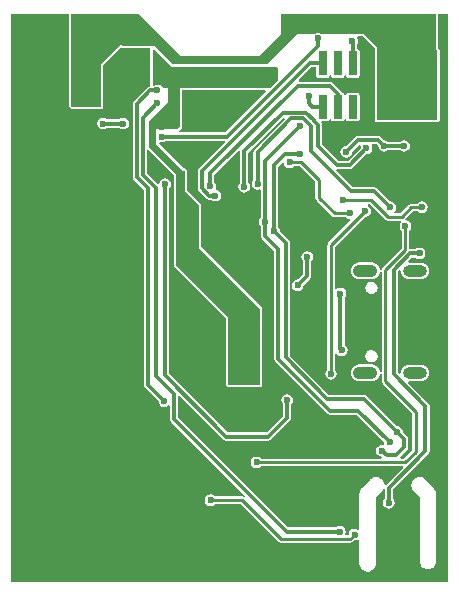
<source format=gbl>
G04 Layer_Physical_Order=2*
G04 Layer_Color=16711680*
%FSLAX44Y44*%
%MOMM*%
G71*
G01*
G75*
%ADD45C,0.3000*%
%ADD46C,0.2500*%
%ADD48O,2.1000X1.0500*%
%ADD49O,2.0000X1.0000*%
%ADD50C,0.6000*%
%ADD51R,0.7600X2.0500*%
G36*
X231276Y392975D02*
X231696Y391598D01*
X206320Y366223D01*
X205569Y365098D01*
X205305Y363772D01*
Y340593D01*
X205239Y340549D01*
X204156Y338928D01*
X203776Y337016D01*
X204156Y335104D01*
X205239Y333484D01*
X206860Y332401D01*
X208772Y332020D01*
X210263Y332317D01*
X211534Y331558D01*
Y308577D01*
X211467Y308533D01*
X210384Y306912D01*
X210004Y305000D01*
X210384Y303088D01*
X211467Y301467D01*
X211534Y301423D01*
Y293000D01*
X211797Y291673D01*
X212549Y290549D01*
X223034Y280064D01*
Y188250D01*
X223297Y186923D01*
X224049Y185799D01*
X267299Y142549D01*
X268424Y141797D01*
X269750Y141533D01*
X292564D01*
X316020Y118078D01*
X316004Y118000D01*
X316241Y116807D01*
X315193Y115759D01*
X314000Y115996D01*
X312088Y115616D01*
X310467Y114533D01*
X309384Y112912D01*
X309004Y111000D01*
X309384Y109088D01*
X310467Y107467D01*
X312088Y106384D01*
X313565Y106090D01*
X313969Y105482D01*
X313493Y104402D01*
X313276Y104212D01*
X211747D01*
X211533Y104533D01*
X209912Y105616D01*
X208000Y105996D01*
X206088Y105616D01*
X204467Y104533D01*
X203384Y102912D01*
X203004Y101000D01*
X203384Y99088D01*
X204467Y97467D01*
X206088Y96384D01*
X208000Y96004D01*
X209912Y96384D01*
X211533Y97467D01*
X211747Y97788D01*
X331726D01*
X332212Y96615D01*
X317549Y81951D01*
X317395Y81722D01*
X317165Y81720D01*
X315941Y82595D01*
X315794Y83337D01*
X315032Y85176D01*
X314612Y85804D01*
X314008Y86409D01*
X313921Y86521D01*
X313809Y86608D01*
X313204Y87212D01*
X312576Y87632D01*
X310737Y88393D01*
X309995Y88541D01*
X309141D01*
X309000Y88560D01*
X308860Y88541D01*
X308005D01*
X307263Y88393D01*
X305424Y87632D01*
X304796Y87212D01*
X304191Y86607D01*
X304079Y86521D01*
X297079Y79521D01*
X296993Y79409D01*
X296747Y79163D01*
X296640Y79004D01*
X296505Y78869D01*
X296005Y78121D01*
X295973Y78080D01*
X295966Y78064D01*
X295957Y78049D01*
X295884Y77873D01*
X295777Y77714D01*
X295399Y76803D01*
X295362Y76616D01*
X295289Y76439D01*
X295285Y76419D01*
X295278Y76401D01*
X295270Y76345D01*
X295096Y75472D01*
X295096Y75280D01*
X295059Y75093D01*
Y74741D01*
X295041Y74600D01*
Y44721D01*
X293771Y44042D01*
X292912Y44616D01*
X291000Y44996D01*
X289088Y44616D01*
X287467Y43533D01*
X286384Y41912D01*
X286004Y40000D01*
X284796Y39562D01*
X283841D01*
X283164Y40832D01*
X283496Y42500D01*
X283116Y44412D01*
X282033Y46033D01*
X280412Y47116D01*
X278500Y47496D01*
X276588Y47116D01*
X274967Y46033D01*
X274923Y45967D01*
X234936D01*
X141467Y139436D01*
Y156972D01*
X142640Y157458D01*
X179549Y120549D01*
X180674Y119797D01*
X182000Y119533D01*
X218000D01*
X219327Y119797D01*
X220451Y120549D01*
X236451Y136549D01*
X237203Y137673D01*
X237467Y139000D01*
Y150173D01*
X237533Y150217D01*
X238616Y151838D01*
X238996Y153750D01*
X238616Y155662D01*
X237533Y157283D01*
X235912Y158366D01*
X234000Y158746D01*
X232088Y158366D01*
X230467Y157283D01*
X229384Y155662D01*
X229004Y153750D01*
X229384Y151838D01*
X230467Y150217D01*
X230534Y150173D01*
Y140436D01*
X216564Y126467D01*
X183436D01*
X135858Y174044D01*
X135703Y174827D01*
X134951Y175951D01*
X133967Y176936D01*
Y333173D01*
X134033Y333217D01*
X135116Y334838D01*
X135496Y336750D01*
X135116Y338662D01*
X134033Y340283D01*
X132412Y341366D01*
X130500Y341746D01*
X128588Y341366D01*
X126967Y340283D01*
X125884Y338662D01*
X125578Y337121D01*
X124548Y336649D01*
X124282Y336620D01*
X115217Y345686D01*
Y365248D01*
X116487Y365774D01*
X138063Y344198D01*
Y268000D01*
X138063Y268000D01*
X138210Y267259D01*
X138630Y266630D01*
X138630Y266630D01*
X182063Y223197D01*
Y167000D01*
X182210Y166259D01*
X182630Y165630D01*
X183259Y165210D01*
X184000Y165063D01*
X211000D01*
X211741Y165210D01*
X212370Y165630D01*
X212790Y166259D01*
X212937Y167000D01*
Y171000D01*
Y231000D01*
X212790Y231741D01*
X212370Y232370D01*
X212370Y232370D01*
X160937Y283802D01*
Y319000D01*
X160790Y319741D01*
X160370Y320370D01*
X160370Y320370D01*
X148937Y331802D01*
X148937Y348000D01*
X148790Y348741D01*
X148370Y349370D01*
X147741Y349790D01*
X147000Y349937D01*
X146803D01*
X125643Y371096D01*
X126090Y372313D01*
X126141Y372350D01*
X126207Y372361D01*
X128000Y372004D01*
X129912Y372384D01*
X131533Y373467D01*
X131577Y373533D01*
X180972D01*
X181458Y372360D01*
X159299Y350201D01*
X158547Y349077D01*
X158284Y347750D01*
Y332985D01*
X158547Y331658D01*
X159299Y330534D01*
X165284Y324549D01*
X166408Y323797D01*
X167735Y323533D01*
X169423D01*
X169467Y323467D01*
X171088Y322384D01*
X173000Y322004D01*
X174912Y322384D01*
X176533Y323467D01*
X177616Y325088D01*
X177996Y327000D01*
X177616Y328912D01*
X176533Y330533D01*
X174912Y331616D01*
X174035Y331790D01*
X173385Y333105D01*
X173766Y335016D01*
X173385Y336928D01*
X172302Y338549D01*
X172236Y338593D01*
Y344334D01*
X192822Y364919D01*
X193644Y364635D01*
X194033Y364335D01*
Y338077D01*
X193967Y338033D01*
X192884Y336412D01*
X192504Y334500D01*
X192884Y332588D01*
X193967Y330967D01*
X195588Y329884D01*
X197500Y329504D01*
X199412Y329884D01*
X201033Y330967D01*
X202116Y332588D01*
X202496Y334500D01*
X202116Y336412D01*
X201033Y338033D01*
X200967Y338077D01*
Y363064D01*
X230943Y393040D01*
X231276Y392975D01*
D02*
G37*
G36*
X231119Y354421D02*
X231384Y353088D01*
X232467Y351467D01*
X234088Y350384D01*
X236000Y350004D01*
X237912Y350384D01*
X239533Y351467D01*
X239747Y351788D01*
X244670D01*
X257788Y338670D01*
Y325000D01*
X258033Y323771D01*
X258729Y322729D01*
X271729Y309729D01*
X272771Y309033D01*
X274000Y308788D01*
X283253D01*
X283467Y308467D01*
X285088Y307384D01*
X286721Y307059D01*
X287332Y305874D01*
X268725Y287267D01*
X268029Y286225D01*
X267784Y284996D01*
Y179747D01*
X267463Y179533D01*
X266380Y177912D01*
X266000Y176000D01*
X266380Y174088D01*
X267463Y172467D01*
X269084Y171384D01*
X270996Y171004D01*
X272908Y171384D01*
X274529Y172467D01*
X275612Y174088D01*
X275992Y176000D01*
X275612Y177912D01*
X274529Y179533D01*
X274208Y179747D01*
Y193022D01*
X274445Y193209D01*
X276154Y192937D01*
X276467Y192467D01*
X278088Y191384D01*
X280000Y191004D01*
X281912Y191384D01*
X283533Y192467D01*
X284616Y194088D01*
X284996Y196000D01*
X284616Y197912D01*
X283533Y199533D01*
X282467Y200245D01*
Y240423D01*
X282533Y240467D01*
X283616Y242088D01*
X283996Y244000D01*
X283616Y245912D01*
X282533Y247533D01*
X280912Y248616D01*
X279000Y248996D01*
X277088Y248616D01*
X275467Y247533D01*
X274208Y247934D01*
Y283666D01*
X299621Y309079D01*
X300000Y309004D01*
X301912Y309384D01*
X303533Y310467D01*
X304616Y312088D01*
X304996Y314000D01*
X304616Y315912D01*
X303533Y317533D01*
X301983Y318568D01*
X301968Y318662D01*
X302445Y319609D01*
X303729Y319729D01*
X316729Y306729D01*
X317771Y306033D01*
X319000Y305788D01*
X330061D01*
X330467Y304533D01*
X329384Y302912D01*
X329004Y301000D01*
X329384Y299088D01*
X330467Y297467D01*
X330788Y297253D01*
Y282330D01*
X314729Y266271D01*
X314033Y265229D01*
X313788Y264000D01*
X312547Y264070D01*
X312416Y265067D01*
X311696Y266806D01*
X310550Y268299D01*
X309056Y269445D01*
X307317Y270166D01*
X305450Y270412D01*
X294950D01*
X293083Y270166D01*
X291344Y269445D01*
X289851Y268299D01*
X288705Y266806D01*
X287984Y265067D01*
X287738Y263200D01*
X287984Y261334D01*
X288705Y259594D01*
X289851Y258101D01*
X291344Y256954D01*
X293083Y256234D01*
X294950Y255988D01*
X305450D01*
X307317Y256234D01*
X309056Y256954D01*
X310550Y258101D01*
X311696Y259594D01*
X312416Y261334D01*
X312518Y262111D01*
X313788Y262027D01*
Y177973D01*
X312518Y177889D01*
X312416Y178666D01*
X311696Y180406D01*
X310550Y181899D01*
X309056Y183046D01*
X307317Y183766D01*
X305450Y184012D01*
X294950D01*
X293083Y183766D01*
X291344Y183046D01*
X289851Y181899D01*
X288705Y180406D01*
X287984Y178666D01*
X287738Y176800D01*
X287984Y174933D01*
X288705Y173194D01*
X289851Y171701D01*
X291344Y170555D01*
X293083Y169834D01*
X294950Y169588D01*
X305450D01*
X307317Y169834D01*
X309056Y170555D01*
X310550Y171701D01*
X311696Y173194D01*
X312416Y174933D01*
X312518Y175711D01*
X313788Y175627D01*
Y170000D01*
X314033Y168771D01*
X314729Y167729D01*
X339788Y142670D01*
Y111330D01*
X332670Y104212D01*
X329910D01*
X329384Y105482D01*
X335451Y111549D01*
X336203Y112673D01*
X336467Y114000D01*
Y121000D01*
X336203Y122327D01*
X335451Y123451D01*
X331981Y126922D01*
X331996Y127000D01*
X331616Y128912D01*
X330533Y130533D01*
X328912Y131616D01*
X327000Y131996D01*
X326922Y131980D01*
X301451Y157451D01*
X300327Y158203D01*
X299000Y158467D01*
X269436D01*
X236433Y191469D01*
Y287033D01*
X236169Y288360D01*
X235418Y289485D01*
X227980Y296922D01*
X227996Y297000D01*
X227616Y298912D01*
X226533Y300533D01*
X226467Y300577D01*
Y351564D01*
X229784Y354882D01*
X231119Y354421D01*
D02*
G37*
G36*
X136000Y436000D02*
X225000Y436000D01*
X226000Y435000D01*
X226000Y425000D01*
X219000Y418000D01*
X143000Y418000D01*
X143000Y385000D01*
X141000Y383000D01*
X123000Y383000D01*
X123000Y371000D01*
X146000Y348000D01*
X147000D01*
X147000Y331000D01*
X159000Y319000D01*
Y283000D01*
X211000Y231000D01*
Y171000D01*
Y167000D01*
X184000D01*
Y224000D01*
X140000Y268000D01*
Y345000D01*
X117000Y368000D01*
Y390000D01*
X133000Y406000D01*
Y418000D01*
X128557D01*
X127533Y419533D01*
X125912Y420616D01*
X124000Y420996D01*
X122088Y420616D01*
X121270Y420069D01*
X120000Y420748D01*
Y450341D01*
X121173Y450827D01*
X136000Y436000D01*
D02*
G37*
G36*
X215987Y414889D02*
X181564Y380467D01*
X142914D01*
X142529Y381290D01*
X142476Y381737D01*
X144370Y383630D01*
X144790Y384259D01*
X144937Y385000D01*
X144937Y385000D01*
X144937Y416063D01*
X215501Y416063D01*
X215987Y414889D01*
D02*
G37*
G36*
X360000Y450000D02*
X361000D01*
Y391000D01*
X310000D01*
Y453000D01*
X299000Y464000D01*
X262833Y464000D01*
X261912Y464616D01*
X260000Y464996D01*
X258088Y464616D01*
X257167Y464000D01*
X243000Y464000D01*
X217000Y438000D01*
X137000Y438000D01*
X121000Y454000D01*
X94000D01*
X93000Y455000D01*
X76000Y438000D01*
Y402000D01*
X52000D01*
X51000Y403000D01*
Y481000D01*
X108000D01*
X144000Y445000D01*
X210000D01*
X229000Y464000D01*
Y481000D01*
X360000D01*
Y450000D01*
D02*
G37*
G36*
X370000Y0D02*
X0Y-1D01*
X0Y481000D01*
X49063D01*
Y403000D01*
X49063Y403000D01*
X49210Y402259D01*
X49630Y401630D01*
X49630Y401630D01*
X50630Y400630D01*
X51259Y400210D01*
X52000Y400063D01*
X52000Y400063D01*
X70205D01*
X70500Y400004D01*
X70796Y400063D01*
X76000D01*
X76741Y400210D01*
X77370Y400630D01*
X77790Y401259D01*
X77937Y402000D01*
Y437198D01*
X93074Y452334D01*
X93259Y452210D01*
X94000Y452063D01*
X94000Y452063D01*
X117338D01*
X117643Y451720D01*
X118153Y450793D01*
X118063Y450341D01*
Y420748D01*
X118065Y420737D01*
X118057Y420583D01*
X117726Y419765D01*
X117475Y419513D01*
X117156Y419299D01*
X116673Y419203D01*
X115549Y418451D01*
X104049Y406951D01*
X103297Y405827D01*
X103034Y404500D01*
Y342500D01*
X103297Y341173D01*
X104049Y340049D01*
X112534Y331564D01*
Y167000D01*
X112797Y165673D01*
X113549Y164549D01*
X125020Y153078D01*
X125004Y153000D01*
X125384Y151088D01*
X126467Y149467D01*
X128088Y148384D01*
X130000Y148004D01*
X131912Y148384D01*
X133264Y149287D01*
X134534Y148853D01*
Y138000D01*
X134797Y136673D01*
X135549Y135549D01*
X198356Y72742D01*
X197546Y71755D01*
X197229Y71967D01*
X196000Y72212D01*
X172747D01*
X172533Y72533D01*
X170912Y73616D01*
X169000Y73996D01*
X167088Y73616D01*
X165467Y72533D01*
X164384Y70912D01*
X164004Y69000D01*
X164384Y67088D01*
X165467Y65467D01*
X167088Y64384D01*
X169000Y64004D01*
X170912Y64384D01*
X172533Y65467D01*
X172747Y65788D01*
X194670D01*
X226379Y34079D01*
X227421Y33383D01*
X228650Y33138D01*
X287350D01*
X288579Y33383D01*
X289621Y34079D01*
X290621Y35079D01*
X291000Y35004D01*
X292912Y35384D01*
X293771Y35958D01*
X295041Y35279D01*
Y15600D01*
X295059Y15459D01*
Y14605D01*
X295207Y13863D01*
X295968Y12024D01*
X296388Y11396D01*
X296993Y10791D01*
X297079Y10679D01*
X297191Y10593D01*
X297796Y9988D01*
X298424Y9568D01*
X300263Y8806D01*
X301005Y8659D01*
X301859D01*
X302000Y8640D01*
X302141Y8659D01*
X302995D01*
X303737Y8806D01*
X305576Y9568D01*
X306204Y9988D01*
X306809Y10592D01*
X306921Y10679D01*
X307008Y10791D01*
X307612Y11396D01*
X308032Y12024D01*
X308794Y13863D01*
X308941Y14605D01*
Y15459D01*
X308960Y15600D01*
Y71717D01*
X313921Y76679D01*
X314007Y76791D01*
X314612Y77396D01*
X315032Y78024D01*
X315264Y78583D01*
X316534Y78331D01*
Y70577D01*
X316467Y70533D01*
X315384Y68912D01*
X315004Y67000D01*
X315384Y65088D01*
X316467Y63467D01*
X318088Y62384D01*
X320000Y62004D01*
X321912Y62384D01*
X323533Y63467D01*
X324616Y65088D01*
X324996Y67000D01*
X324616Y68912D01*
X323533Y70533D01*
X323467Y70577D01*
Y78064D01*
X353451Y108049D01*
X354203Y109173D01*
X354467Y110500D01*
Y149000D01*
X354203Y150327D01*
X353451Y151451D01*
X336243Y168659D01*
X336837Y169862D01*
X337000Y169841D01*
X347000D01*
X348801Y170078D01*
X350480Y170773D01*
X351921Y171879D01*
X353027Y173320D01*
X353722Y174999D01*
X353960Y176800D01*
X353722Y178601D01*
X353027Y180280D01*
X351921Y181721D01*
X350480Y182827D01*
X348801Y183522D01*
X347000Y183759D01*
X337000D01*
X335199Y183522D01*
X333520Y182827D01*
X332079Y181721D01*
X330973Y180280D01*
X330278Y178601D01*
X330041Y176800D01*
X330062Y176637D01*
X328859Y176043D01*
X327467Y177436D01*
Y262564D01*
X328859Y263957D01*
X330062Y263363D01*
X330041Y263200D01*
X330278Y261399D01*
X330973Y259720D01*
X332079Y258279D01*
X333520Y257173D01*
X335199Y256478D01*
X337000Y256241D01*
X347000D01*
X348801Y256478D01*
X350480Y257173D01*
X351921Y258279D01*
X353027Y259720D01*
X353722Y261399D01*
X353960Y263200D01*
X353722Y265001D01*
X353027Y266680D01*
X351921Y268121D01*
X350480Y269227D01*
X348801Y269922D01*
X347000Y270159D01*
X337000D01*
X336837Y270138D01*
X336243Y271341D01*
X339436Y274533D01*
X342423D01*
X342467Y274467D01*
X344088Y273384D01*
X346000Y273004D01*
X347912Y273384D01*
X349533Y274467D01*
X350616Y276088D01*
X350996Y278000D01*
X350616Y279912D01*
X349533Y281533D01*
X347912Y282616D01*
X346000Y282996D01*
X344088Y282616D01*
X342467Y281533D01*
X342423Y281467D01*
X338000D01*
X337212Y282113D01*
Y297253D01*
X337533Y297467D01*
X338616Y299088D01*
X338996Y301000D01*
X338616Y302912D01*
X337533Y304533D01*
X335912Y305616D01*
X334279Y305940D01*
X333867Y306740D01*
X333778Y307236D01*
X340330Y313788D01*
X344253D01*
X344467Y313467D01*
X346088Y312384D01*
X348000Y312004D01*
X349912Y312384D01*
X351533Y313467D01*
X352616Y315088D01*
X352996Y317000D01*
X352616Y318912D01*
X351533Y320533D01*
X349912Y321616D01*
X348000Y321996D01*
X346088Y321616D01*
X344467Y320533D01*
X344253Y320212D01*
X339000D01*
X337771Y319967D01*
X336729Y319271D01*
X329670Y312212D01*
X324939D01*
X324533Y313467D01*
X325616Y315088D01*
X325996Y317000D01*
X325616Y318912D01*
X324533Y320533D01*
X322912Y321616D01*
X321000Y321996D01*
X320922Y321980D01*
X309451Y333451D01*
X308327Y334203D01*
X307000Y334467D01*
X289436D01*
X275581Y348322D01*
X275865Y349143D01*
X276165Y349533D01*
X287000D01*
X288327Y349797D01*
X289451Y350549D01*
X300922Y362020D01*
X301000Y362004D01*
X302912Y362384D01*
X304533Y363467D01*
X305616Y365088D01*
X305996Y367000D01*
X305616Y368912D01*
X305381Y369263D01*
X306060Y370533D01*
X309564D01*
X311020Y369078D01*
X311004Y369000D01*
X311384Y367088D01*
X312467Y365467D01*
X314088Y364384D01*
X316000Y364004D01*
X317912Y364384D01*
X319533Y365467D01*
X319577Y365533D01*
X329423D01*
X329467Y365467D01*
X331088Y364384D01*
X333000Y364004D01*
X334912Y364384D01*
X336533Y365467D01*
X337616Y367088D01*
X337996Y369000D01*
X337616Y370912D01*
X336533Y372533D01*
X334912Y373616D01*
X333000Y373996D01*
X331088Y373616D01*
X329467Y372533D01*
X329423Y372467D01*
X319577D01*
X319533Y372533D01*
X317912Y373616D01*
X316000Y373996D01*
X315922Y373980D01*
X313451Y376451D01*
X312327Y377203D01*
X311000Y377467D01*
X294000D01*
X292673Y377203D01*
X291549Y376451D01*
X284078Y368980D01*
X284000Y368996D01*
X282088Y368616D01*
X280467Y367533D01*
X279384Y365912D01*
X279004Y364000D01*
X279384Y362088D01*
X280467Y360467D01*
X282088Y359384D01*
X284000Y359004D01*
X285912Y359384D01*
X287533Y360467D01*
X288616Y362088D01*
X288996Y364000D01*
X288981Y364078D01*
X294826Y369924D01*
X295478Y369841D01*
X295699Y369614D01*
X296301Y368491D01*
X296004Y367000D01*
X296020Y366922D01*
X285564Y356467D01*
X277436D01*
X263467Y370436D01*
Y386698D01*
X263203Y388024D01*
X262856Y388543D01*
X263535Y389813D01*
X267800D01*
X268541Y389960D01*
X269170Y390380D01*
X269590Y391009D01*
X269737Y391750D01*
X270963D01*
X271110Y391009D01*
X271530Y390380D01*
X272159Y389960D01*
X272900Y389813D01*
X280500D01*
X281241Y389960D01*
X281870Y390380D01*
X282290Y391009D01*
X282437Y391750D01*
X283663D01*
X283810Y391009D01*
X284230Y390380D01*
X284859Y389960D01*
X285600Y389813D01*
X293200D01*
X293941Y389960D01*
X294570Y390380D01*
X294990Y391009D01*
X295137Y391750D01*
Y412250D01*
X294990Y412991D01*
X294570Y413620D01*
X293941Y414040D01*
X293200Y414187D01*
X285600D01*
X284859Y414040D01*
X284230Y413620D01*
X283810Y412991D01*
X283663Y412250D01*
X282437D01*
X282290Y412991D01*
X281870Y413620D01*
X281241Y414040D01*
X280500Y414187D01*
X279990D01*
X279903Y414627D01*
X279151Y415751D01*
X272451Y422451D01*
X271327Y423203D01*
X270000Y423467D01*
X244165D01*
X243639Y424737D01*
X254436Y435533D01*
X258263D01*
Y428750D01*
X258410Y428009D01*
X258830Y427380D01*
X259459Y426960D01*
X260200Y426813D01*
X267800D01*
X268541Y426960D01*
X269170Y427380D01*
X269590Y428009D01*
X269737Y428750D01*
X270963D01*
X271110Y428009D01*
X271530Y427380D01*
X272159Y426960D01*
X272900Y426813D01*
X280500D01*
X281241Y426960D01*
X281870Y427380D01*
X282290Y428009D01*
X282437Y428750D01*
X283663D01*
X283810Y428009D01*
X284230Y427380D01*
X284859Y426960D01*
X285600Y426813D01*
X293200D01*
X293941Y426960D01*
X294570Y427380D01*
X294990Y428009D01*
X295137Y428750D01*
Y449250D01*
X294990Y449991D01*
X294570Y450620D01*
X293941Y451040D01*
X293200Y451187D01*
X292867D01*
Y454967D01*
X293616Y456088D01*
X293996Y458000D01*
X293616Y459912D01*
X293027Y460793D01*
X293706Y462063D01*
X298198D01*
X308063Y452197D01*
Y391000D01*
X308210Y390259D01*
X308630Y389630D01*
X309259Y389210D01*
X310000Y389063D01*
X361000D01*
X361741Y389210D01*
X362370Y389630D01*
X362790Y390259D01*
X362937Y391000D01*
Y450000D01*
X362790Y450741D01*
X362370Y451370D01*
X361937Y451659D01*
Y481000D01*
X370000D01*
X370000Y0D01*
D02*
G37*
%LPC*%
G36*
X305578Y196314D02*
X304822D01*
X303554Y196061D01*
X302856Y195772D01*
X301781Y195054D01*
X301246Y194519D01*
X300528Y193444D01*
X300239Y192746D01*
Y192746D01*
X299986Y191478D01*
Y191287D01*
X299949Y191100D01*
X299986Y190913D01*
Y190722D01*
X300239Y189454D01*
X300528Y188756D01*
X301246Y187681D01*
X301781Y187146D01*
X302856Y186428D01*
X303554Y186139D01*
X303554D01*
X304822Y185886D01*
X305578D01*
X306846Y186139D01*
X307544Y186428D01*
X308619Y187146D01*
X309154Y187681D01*
X309872Y188756D01*
X310161Y189454D01*
Y189454D01*
X310414Y190722D01*
Y190913D01*
X310451Y191100D01*
X310414Y191287D01*
Y191478D01*
X310161Y192746D01*
X309872Y193444D01*
X309154Y194519D01*
X308619Y195054D01*
X307544Y195772D01*
X306846Y196061D01*
X306846D01*
X305578Y196314D01*
D02*
G37*
G36*
X251000Y279996D02*
X249088Y279616D01*
X247467Y278533D01*
X246384Y276912D01*
X246004Y275000D01*
X246384Y273088D01*
X247467Y271467D01*
X247533Y271423D01*
Y260436D01*
X243078Y255980D01*
X243000Y255996D01*
X241088Y255616D01*
X239467Y254533D01*
X238384Y252912D01*
X238004Y251000D01*
X238384Y249088D01*
X239467Y247467D01*
X241088Y246384D01*
X243000Y246004D01*
X244912Y246384D01*
X246533Y247467D01*
X247616Y249088D01*
X247996Y251000D01*
X247980Y251078D01*
X253451Y256549D01*
X254203Y257673D01*
X254467Y259000D01*
Y271423D01*
X254533Y271467D01*
X255616Y273088D01*
X255996Y275000D01*
X255616Y276912D01*
X254533Y278533D01*
X252912Y279616D01*
X251000Y279996D01*
D02*
G37*
G36*
X305578Y254114D02*
X304822D01*
X303554Y253861D01*
X302856Y253572D01*
X301781Y252854D01*
X301246Y252319D01*
X300528Y251244D01*
X300239Y250546D01*
Y250546D01*
X299986Y249278D01*
Y249087D01*
X299949Y248900D01*
X299986Y248713D01*
Y248522D01*
X300239Y247254D01*
X300528Y246556D01*
X301246Y245481D01*
X301781Y244946D01*
X302856Y244228D01*
X303554Y243939D01*
X303554D01*
X304822Y243686D01*
X305578D01*
X306846Y243939D01*
X307544Y244228D01*
X308619Y244946D01*
X309154Y245481D01*
X309872Y246556D01*
X310161Y247254D01*
Y247254D01*
X310414Y248522D01*
Y248713D01*
X310451Y248900D01*
X310414Y249087D01*
Y249278D01*
X310161Y250546D01*
X309872Y251244D01*
X309154Y252319D01*
X308619Y252854D01*
X307544Y253572D01*
X306846Y253861D01*
X306846D01*
X305578Y254114D01*
D02*
G37*
G36*
X346000Y88560D02*
X345859Y88541D01*
X345005D01*
X344263Y88393D01*
X342424Y87632D01*
X341796Y87212D01*
X341191Y86607D01*
X341079Y86521D01*
X340993Y86409D01*
X340388Y85804D01*
X339968Y85176D01*
X339207Y83337D01*
X339059Y82595D01*
Y81741D01*
X339040Y81600D01*
X339059Y81459D01*
Y80605D01*
X339207Y79863D01*
X339968Y78024D01*
X340388Y77396D01*
X340993Y76791D01*
X341079Y76679D01*
X346041Y71717D01*
Y17600D01*
X346059Y17459D01*
Y16605D01*
X346207Y15863D01*
X346968Y14024D01*
X347388Y13396D01*
X347993Y12791D01*
X348079Y12679D01*
X348191Y12593D01*
X348796Y11988D01*
X349424Y11568D01*
X351263Y10806D01*
X352005Y10659D01*
X352859D01*
X353000Y10640D01*
X353141Y10659D01*
X353995D01*
X354737Y10806D01*
X356576Y11568D01*
X357204Y11988D01*
X357809Y12593D01*
X357921Y12679D01*
X358008Y12791D01*
X358612Y13396D01*
X359032Y14024D01*
X359794Y15863D01*
X359941Y16605D01*
Y17459D01*
X359960Y17600D01*
Y74600D01*
X359941Y74741D01*
Y75093D01*
X359904Y75280D01*
X359904Y75472D01*
X359730Y76345D01*
X359723Y76401D01*
X359715Y76419D01*
X359711Y76439D01*
X359638Y76616D01*
X359601Y76803D01*
X359223Y77714D01*
X359117Y77873D01*
X359044Y78049D01*
X359034Y78064D01*
X359027Y78080D01*
X358995Y78121D01*
X358495Y78869D01*
X358360Y79004D01*
X358254Y79163D01*
X358007Y79409D01*
X357921Y79521D01*
X350921Y86521D01*
X350809Y86607D01*
X350204Y87212D01*
X349576Y87632D01*
X347737Y88393D01*
X346995Y88541D01*
X346141D01*
X346000Y88560D01*
D02*
G37*
G36*
X78000Y392996D02*
X76088Y392616D01*
X74467Y391533D01*
X73384Y389912D01*
X73004Y388000D01*
X73384Y386088D01*
X74467Y384467D01*
X76088Y383384D01*
X78000Y383004D01*
X79912Y383384D01*
X81533Y384467D01*
X81577Y384533D01*
X91422D01*
X91467Y384467D01*
X93088Y383383D01*
X94999Y383003D01*
X96911Y383383D01*
X98532Y384467D01*
X99615Y386087D01*
X99995Y387999D01*
X99615Y389911D01*
X98532Y391532D01*
X96911Y392615D01*
X94999Y392995D01*
X93088Y392615D01*
X91467Y391532D01*
X91423Y391467D01*
X81577D01*
X81533Y391533D01*
X79912Y392616D01*
X78000Y392996D01*
D02*
G37*
%LPD*%
D45*
X279000Y197000D02*
Y244000D01*
Y197000D02*
X280000Y196000D01*
X316000Y369000D02*
X333000D01*
X289400Y439000D02*
Y457600D01*
X289000Y458000D02*
X289400Y457600D01*
X243000Y251000D02*
X251000Y259000D01*
Y275000D01*
X311000Y374000D02*
X316000Y369000D01*
X284000Y364000D02*
X294000Y374000D01*
X311000D01*
X232000Y362000D02*
X245000D01*
X307000Y331000D02*
X321000Y317000D01*
X276700Y402000D02*
Y413300D01*
X270000Y420000D02*
X276700Y413300D01*
X243000Y420000D02*
X270000D01*
X118000Y416000D02*
X124000D01*
X116000Y167000D02*
Y333000D01*
Y167000D02*
X130000Y153000D01*
X294000Y145000D02*
X321000Y118000D01*
X314000Y111000D02*
X318000Y107000D01*
X326000D01*
X333000Y114000D01*
Y121000D01*
X327000Y127000D02*
X333000Y121000D01*
X299000Y155000D02*
X327000Y127000D01*
X268000Y155000D02*
X299000D01*
X260000Y454000D02*
Y460000D01*
X183000Y377000D02*
X260000Y454000D01*
X128000Y377000D02*
X183000D01*
X137000Y397000D02*
Y426000D01*
X136000Y427000D02*
X137000Y426000D01*
X78000Y388000D02*
X94999D01*
X94999Y387999D01*
X338000Y278000D02*
X346000D01*
X324000Y176000D02*
Y264000D01*
X338000Y278000D01*
X253000Y439000D02*
X264000D01*
X252000Y405000D02*
Y411000D01*
Y405000D02*
X255000Y402000D01*
X264000D01*
X324000Y176000D02*
X351000Y149000D01*
X182000Y123000D02*
X218000D01*
X132000Y173000D02*
X182000Y123000D01*
X254000Y365000D02*
X288000Y331000D01*
X307000D01*
X260000Y369000D02*
X276000Y353000D01*
X287000D01*
X301000Y367000D01*
X123000Y174000D02*
Y333000D01*
Y174000D02*
X138000Y159000D01*
Y138000D02*
Y159000D01*
X215000Y305000D02*
Y334090D01*
X215300Y334390D01*
X223000Y297000D02*
Y353000D01*
X232000Y362000D01*
X215300Y334390D02*
Y339609D01*
X215000Y339910D02*
X215300Y339609D01*
X197500Y334500D02*
Y364500D01*
X127750Y385000D02*
Y387750D01*
X137000Y397000D01*
X254000Y365000D02*
Y385910D01*
X260000Y369000D02*
Y386698D01*
X197500Y364500D02*
X230100Y397100D01*
X208772Y363772D02*
X237300Y392300D01*
X215000Y339910D02*
Y356000D01*
X245000Y386000D01*
X237300Y392300D02*
X242249D01*
X242349Y392400D01*
X247651D01*
X251400Y388651D01*
Y388509D02*
Y388651D01*
Y388509D02*
X254000Y385910D01*
X230100Y397100D02*
X235170D01*
X235270Y397200D01*
X240219D01*
X240319Y397300D01*
X249681D01*
X256300Y390681D01*
Y390539D02*
Y390681D01*
Y390539D02*
X258900Y387939D01*
Y387798D02*
Y387939D01*
Y387798D02*
X260000Y386698D01*
X208772Y337016D02*
Y363772D01*
X168770Y335016D02*
Y345770D01*
X243000Y420000D01*
X161750Y347750D02*
X253000Y439000D01*
X161750Y332985D02*
X167735Y327000D01*
X161750Y332985D02*
Y347750D01*
X167735Y327000D02*
X173000D01*
X233500Y42500D02*
X278500D01*
X138000Y138000D02*
X233500Y42500D01*
X218000Y123000D02*
X234000Y139000D01*
Y153750D01*
X269750Y145000D02*
X294000D01*
X215000Y293000D02*
Y305000D01*
X232967Y190033D02*
X268000Y155000D01*
X232967Y190033D02*
Y287033D01*
X223000Y297000D02*
X232967Y287033D01*
X226500Y188250D02*
X269750Y145000D01*
X226500Y188250D02*
Y281500D01*
X215000Y293000D02*
X226500Y281500D01*
X320000Y67000D02*
Y79500D01*
X351000Y110500D01*
Y149000D01*
X132000Y173000D02*
X132500Y173500D01*
X130500Y175500D02*
X132500Y173500D01*
X130500Y175500D02*
Y336750D01*
X111750Y344250D02*
X123000Y333000D01*
X111750Y344250D02*
Y392750D01*
X124000Y405000D01*
X106500Y342500D02*
X116000Y333000D01*
X106500Y342500D02*
Y404500D01*
X118000Y416000D01*
D46*
X274000Y312000D02*
X287000D01*
X261000Y325000D02*
X274000Y312000D01*
X261000Y325000D02*
Y340000D01*
X246000Y355000D02*
X261000Y340000D01*
X236000Y355000D02*
X246000D01*
X281000Y323000D02*
X281050Y323050D01*
X304950D01*
X331000Y309000D02*
X339000Y317000D01*
X319000Y309000D02*
X331000D01*
X304950Y323050D02*
X319000Y309000D01*
X334000Y281000D02*
Y301000D01*
X208000Y101000D02*
X334000D01*
X317000Y170000D02*
Y264000D01*
X334000Y281000D01*
X334000Y101000D02*
X343000Y110000D01*
Y144000D01*
X317000Y170000D02*
X343000Y144000D01*
X169000Y69000D02*
X196000D01*
X339000Y317000D02*
X348000D01*
X228650Y36350D02*
X287350D01*
X196000Y69000D02*
X228650Y36350D01*
X287350D02*
X291000Y40000D01*
X270996Y176000D02*
Y284996D01*
X300000Y314000D01*
D48*
X300200Y263200D02*
D03*
Y176800D02*
D03*
D49*
X342000Y263200D02*
D03*
Y176800D02*
D03*
D50*
X279000Y244000D02*
D03*
X280000Y196000D02*
D03*
X316000Y369000D02*
D03*
X284000Y364000D02*
D03*
X333000Y369000D02*
D03*
X281000Y323000D02*
D03*
X320000Y67000D02*
D03*
X291000Y40000D02*
D03*
X300000Y314000D02*
D03*
X289000Y458000D02*
D03*
X190000Y432000D02*
D03*
X130000Y153000D02*
D03*
X251000Y275000D02*
D03*
X243000Y251000D02*
D03*
X236000Y355000D02*
D03*
X245000Y362000D02*
D03*
Y386000D02*
D03*
X287000Y312000D02*
D03*
X301000Y367000D02*
D03*
X321000Y317000D02*
D03*
X260000Y460000D02*
D03*
X252000Y411000D02*
D03*
X124000Y416000D02*
D03*
Y405000D02*
D03*
X206000Y175000D02*
D03*
X321000Y118000D02*
D03*
X314000Y111000D02*
D03*
X223000Y297000D02*
D03*
X215000Y305000D02*
D03*
X70500Y405000D02*
D03*
Y415000D02*
D03*
Y425000D02*
D03*
X68000Y432500D02*
D03*
X58000D02*
D03*
X340000Y397000D02*
D03*
X354000D02*
D03*
X334000Y301000D02*
D03*
X327000Y127000D02*
D03*
X148000Y324000D02*
D03*
X215000Y431000D02*
D03*
X221000Y425000D02*
D03*
X130000Y430000D02*
D03*
X128000Y377000D02*
D03*
X94999Y387999D02*
D03*
X78000Y388000D02*
D03*
X189000Y189000D02*
D03*
X203000D02*
D03*
X346000Y278000D02*
D03*
X222000Y69000D02*
D03*
X235000D02*
D03*
X249000D02*
D03*
X248000Y55000D02*
D03*
X235000Y57000D02*
D03*
X159000Y34000D02*
D03*
X162000Y22500D02*
D03*
X146250Y26250D02*
D03*
X151500Y15750D02*
D03*
X169000Y69000D02*
D03*
X246000Y325000D02*
D03*
X185500Y337500D02*
D03*
X19000Y243000D02*
D03*
X20000Y151000D02*
D03*
X19000Y59000D02*
D03*
X20000Y332000D02*
D03*
X77000Y173000D02*
D03*
Y164000D02*
D03*
X308000Y202000D02*
D03*
X309000Y238000D02*
D03*
X282000Y257000D02*
D03*
X171000Y192000D02*
D03*
X172000Y207000D02*
D03*
X170000Y221000D02*
D03*
Y158000D02*
D03*
X108000Y310000D02*
D03*
Y292500D02*
D03*
Y277500D02*
D03*
X197500Y334500D02*
D03*
X190500Y322500D02*
D03*
X173000Y327000D02*
D03*
X205500Y317500D02*
D03*
X348000Y317000D02*
D03*
X272000Y384000D02*
D03*
X331000Y381000D02*
D03*
X354000Y382000D02*
D03*
X199000Y258000D02*
D03*
X100000Y429000D02*
D03*
X86000D02*
D03*
X28000Y420000D02*
D03*
X15500Y435000D02*
D03*
Y447500D02*
D03*
X361000Y347000D02*
D03*
X286000Y345000D02*
D03*
X190500Y405000D02*
D03*
X175500D02*
D03*
Y392500D02*
D03*
X188000Y393000D02*
D03*
X160500Y405000D02*
D03*
Y392500D02*
D03*
X168000Y367500D02*
D03*
X127750Y385000D02*
D03*
X208772Y337016D02*
D03*
X168770Y335016D02*
D03*
X278500Y42500D02*
D03*
X208000Y101000D02*
D03*
X234000Y153750D02*
D03*
X162250Y127250D02*
D03*
X270996Y176000D02*
D03*
X307000Y94000D02*
D03*
X156750Y367000D02*
D03*
X130500Y336750D02*
D03*
X97250Y380000D02*
D03*
X323750Y325250D02*
D03*
D51*
X314800Y402000D02*
D03*
X302100D02*
D03*
X289400D02*
D03*
X276700D02*
D03*
X264000D02*
D03*
X314800Y439000D02*
D03*
X302100D02*
D03*
X289400D02*
D03*
X276700D02*
D03*
X264000D02*
D03*
M02*

</source>
